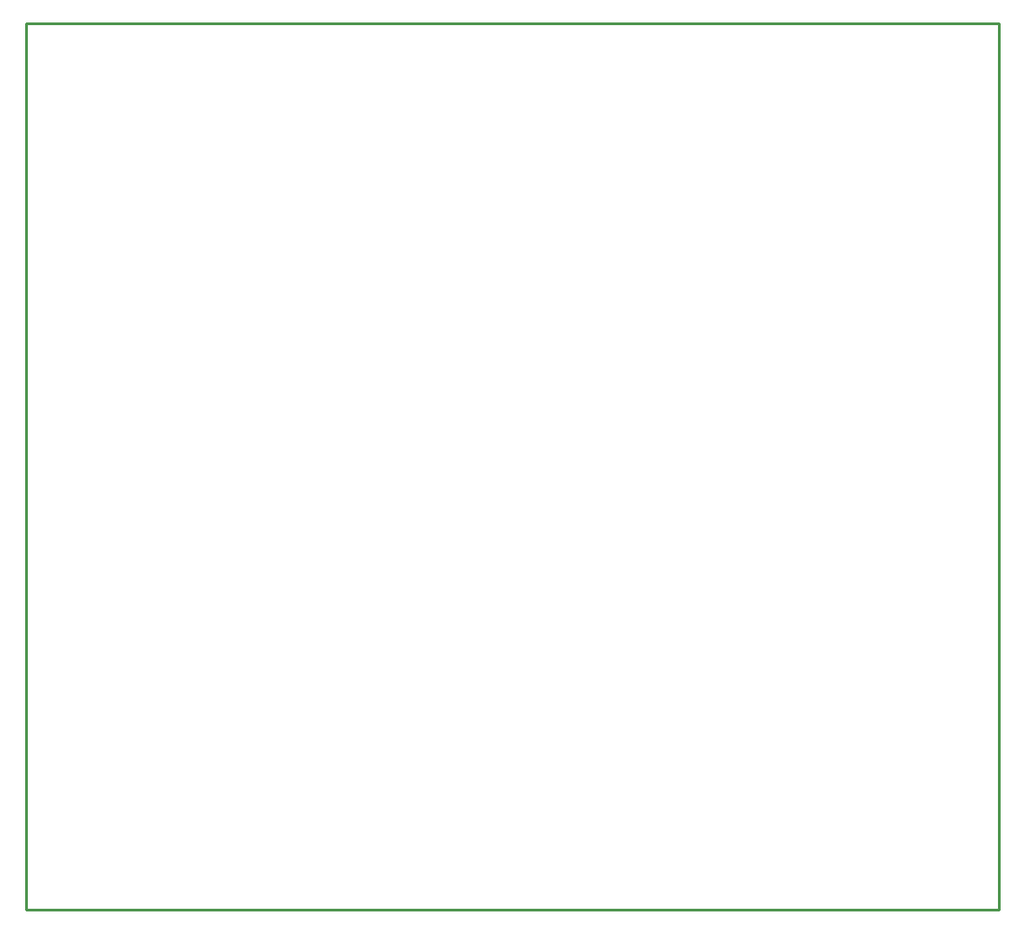
<source format=gko>
G04*
G04 #@! TF.GenerationSoftware,Altium Limited,Altium Designer,19.1.6 (110)*
G04*
G04 Layer_Color=16711935*
%FSLAX23Y23*%
%MOIN*%
G70*
G01*
G75*
%ADD10C,0.010*%
D10*
X0Y0D02*
Y3290D01*
X3610D01*
X3610Y0D01*
X0D02*
X3610D01*
M02*

</source>
